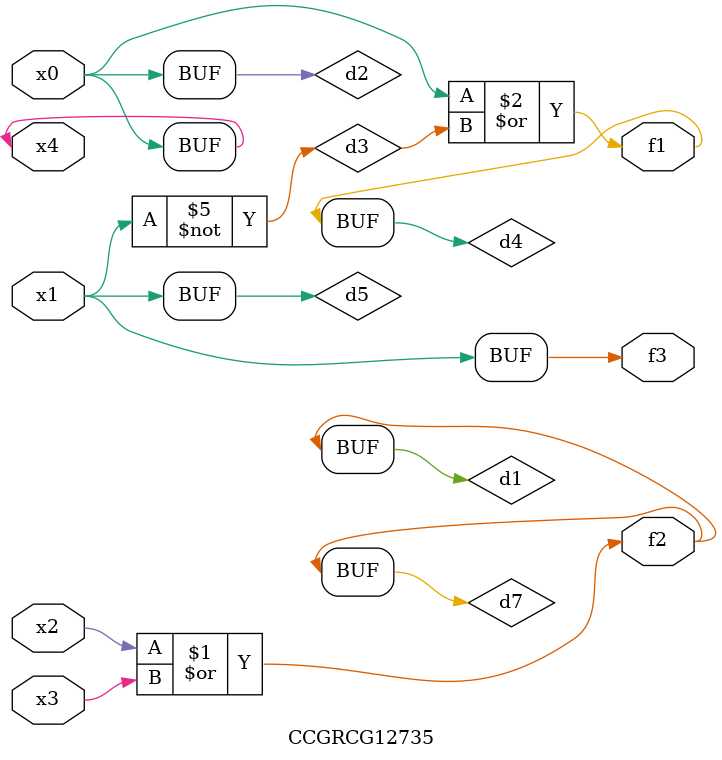
<source format=v>
module CCGRCG12735(
	input x0, x1, x2, x3, x4,
	output f1, f2, f3
);

	wire d1, d2, d3, d4, d5, d6, d7;

	or (d1, x2, x3);
	buf (d2, x0, x4);
	not (d3, x1);
	or (d4, d2, d3);
	not (d5, d3);
	nand (d6, d1, d3);
	or (d7, d1);
	assign f1 = d4;
	assign f2 = d7;
	assign f3 = d5;
endmodule

</source>
